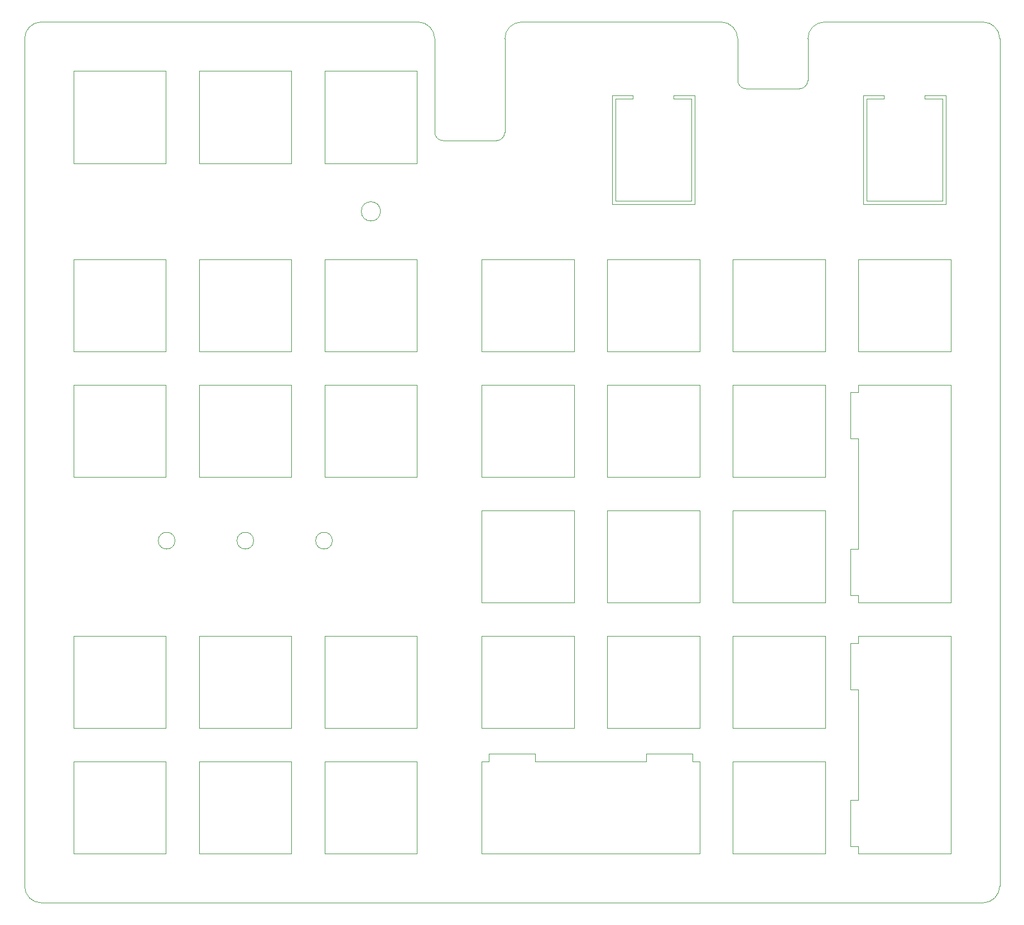
<source format=gm1>
G04 #@! TF.GenerationSoftware,KiCad,Pcbnew,5.1.5*
G04 #@! TF.CreationDate,2019-12-12T01:12:10+09:00*
G04 #@! TF.ProjectId,Navpad_top-32u4,4e617670-6164-45f7-946f-702d33327534,rev?*
G04 #@! TF.SameCoordinates,Original*
G04 #@! TF.FileFunction,Profile,NP*
%FSLAX46Y46*%
G04 Gerber Fmt 4.6, Leading zero omitted, Abs format (unit mm)*
G04 Created by KiCad (PCBNEW 5.1.5) date 2019-12-12 01:12:10*
%MOMM*%
%LPD*%
G04 APERTURE LIST*
%ADD10C,0.050000*%
G04 APERTURE END LIST*
D10*
X197104000Y-40148539D02*
X194422001Y-40148539D01*
X188233618Y-40148539D02*
X185547000Y-40148539D01*
X185547000Y-40148539D02*
X185547000Y-55626000D01*
X197104000Y-55626000D02*
X197104000Y-40148539D01*
X185547000Y-55626000D02*
X197104000Y-55626000D01*
X159004000Y-55626000D02*
X159004000Y-40148539D01*
X147447000Y-55626000D02*
X159004000Y-55626000D01*
X147447000Y-40148539D02*
X147447000Y-55626000D01*
X159004000Y-40148539D02*
X156322001Y-40148539D01*
X150133618Y-40148538D02*
G75*
G03X150128999Y-39624000I-766617J255539D01*
G01*
X156317382Y-39624000D02*
X159512000Y-39624000D01*
X150133618Y-40148539D02*
X147447000Y-40148539D01*
X146939000Y-39624000D02*
X150128999Y-39624000D01*
X156317382Y-39624001D02*
G75*
G03X156322001Y-40148539I766617J-255539D01*
G01*
X194417382Y-39624001D02*
G75*
G03X194422001Y-40148539I766617J-255539D01*
G01*
X194417382Y-39624000D02*
X197612000Y-39624000D01*
X188233618Y-40148538D02*
G75*
G03X188228999Y-39624000I-766617J255539D01*
G01*
X111823500Y-57213500D02*
G75*
G03X111823500Y-57213500I-1460500J0D01*
G01*
X176657000Y-37338000D02*
X176657000Y-31019750D01*
X176657000Y-37338000D02*
G75*
G02X175387001Y-38608001I-1270000J-1D01*
G01*
X167290750Y-38608000D02*
X175387001Y-38608001D01*
X166020750Y-31019750D02*
X166020750Y-37338000D01*
X167290750Y-38608000D02*
G75*
G02X166020750Y-37338000I0J1270000D01*
G01*
X130683000Y-45212000D02*
G75*
G02X129413001Y-46482001I-1270000J-1D01*
G01*
X121316750Y-46482000D02*
G75*
G02X120046750Y-45212000I0J1270000D01*
G01*
X130683000Y-45212000D02*
X130683000Y-31019750D01*
X121316750Y-46482000D02*
X129413001Y-46482001D01*
X120046750Y-31019750D02*
X120046750Y-45212000D01*
X163480750Y-28479750D02*
X133223000Y-28479750D01*
X176657000Y-31019750D02*
G75*
G02X179197000Y-28479750I2540000J0D01*
G01*
X163480750Y-28479750D02*
G75*
G02X166020750Y-31019750I0J-2540000D01*
G01*
X130683000Y-31019750D02*
G75*
G02X133223000Y-28479750I2540000J0D01*
G01*
X117506750Y-28479750D02*
X60356750Y-28479750D01*
X117506750Y-28479750D02*
G75*
G02X120046750Y-31019750I0J-2540000D01*
G01*
X203231750Y-28479750D02*
X179197000Y-28479750D01*
X205771750Y-159607250D02*
X205771750Y-31019750D01*
X60356750Y-162147250D02*
X203231750Y-162147250D01*
X57816750Y-31019750D02*
X57816750Y-159607250D01*
X104521000Y-107188000D02*
G75*
G03X104521000Y-107188000I-1270000J0D01*
G01*
X92583000Y-107188000D02*
G75*
G03X92583000Y-107188000I-1270000J0D01*
G01*
X80645000Y-107188000D02*
G75*
G03X80645000Y-107188000I-1270000J0D01*
G01*
X185039000Y-56134000D02*
X185039000Y-39624000D01*
X197612000Y-56134000D02*
X185039000Y-56134000D01*
X185039000Y-39624000D02*
X188228999Y-39624000D01*
X197612000Y-39624000D02*
X197612000Y-56134000D01*
X146939000Y-56134000D02*
X146939000Y-39624000D01*
X159512000Y-56134000D02*
X146939000Y-56134000D01*
X159512000Y-39624000D02*
X159512000Y-56134000D01*
X165275500Y-154701000D02*
X179275500Y-154701000D01*
X179275500Y-140701000D02*
X165275500Y-140701000D01*
X165275500Y-140701000D02*
X165275500Y-154701000D01*
X179275500Y-154701000D02*
X179275500Y-140701000D01*
X184325500Y-91676001D02*
X184325500Y-108476001D01*
X198325500Y-83551000D02*
X184325500Y-83551000D01*
X183125500Y-115506500D02*
X184325500Y-115506500D01*
X198325500Y-116601000D02*
X198325500Y-83551000D01*
X184325500Y-115506500D02*
X184325500Y-116601000D01*
X184325500Y-116601000D02*
X198325500Y-116601000D01*
X183125500Y-115506500D02*
X183125499Y-108476000D01*
X183125499Y-108476000D02*
X184325500Y-108476001D01*
X184325500Y-83551000D02*
X184325500Y-84645499D01*
X183125499Y-91676000D02*
X184325500Y-91676001D01*
X183125499Y-84645500D02*
X184325500Y-84645499D01*
X183125499Y-91676000D02*
X183125499Y-84645500D01*
X184325500Y-129776001D02*
X184325500Y-146576001D01*
X198325500Y-121651000D02*
X184325500Y-121651000D01*
X183125500Y-153606500D02*
X184325500Y-153606500D01*
X198325500Y-154701000D02*
X198325500Y-121651000D01*
X184325500Y-153606500D02*
X184325500Y-154701000D01*
X184325500Y-154701000D02*
X198325500Y-154701000D01*
X183125500Y-153606500D02*
X183125499Y-146576000D01*
X183125499Y-146576000D02*
X184325500Y-146576001D01*
X184325500Y-121651000D02*
X184325500Y-122745499D01*
X183125499Y-129776000D02*
X184325500Y-129776001D01*
X183125499Y-122745500D02*
X184325500Y-122745499D01*
X183125499Y-129776000D02*
X183125499Y-122745500D01*
X152100500Y-140701000D02*
X135300500Y-140701000D01*
X152100500Y-139501000D02*
X152100500Y-140701000D01*
X160225500Y-140701000D02*
X159131000Y-140701000D01*
X152100500Y-139501000D02*
X159131000Y-139501000D01*
X159131000Y-139501000D02*
X159131000Y-140701000D01*
X135300500Y-139501000D02*
X135300500Y-140701000D01*
X128270000Y-139501000D02*
X135300500Y-139501000D01*
X128270000Y-139501000D02*
X128270000Y-140701000D01*
X128270000Y-140701000D02*
X127175500Y-140701000D01*
X160225500Y-154701000D02*
X160225500Y-140701000D01*
X127175500Y-154701000D02*
X160225500Y-154701000D01*
X127175500Y-140701000D02*
X127175500Y-154701000D01*
X117363000Y-154701000D02*
X117363000Y-140701000D01*
X103363000Y-140701000D02*
X103363000Y-154701000D01*
X117363000Y-140701000D02*
X103363000Y-140701000D01*
X103363000Y-154701000D02*
X117363000Y-154701000D01*
X98313000Y-154701000D02*
X98313000Y-140701000D01*
X84313000Y-140701000D02*
X84313000Y-154701000D01*
X98313000Y-140701000D02*
X84313000Y-140701000D01*
X84313000Y-154701000D02*
X98313000Y-154701000D01*
X79263000Y-154701000D02*
X79263000Y-140701000D01*
X65263000Y-140701000D02*
X65263000Y-154701000D01*
X79263000Y-140701000D02*
X65263000Y-140701000D01*
X65263000Y-154701000D02*
X79263000Y-154701000D01*
X79263000Y-135651000D02*
X79263000Y-121651000D01*
X65263000Y-121651000D02*
X65263000Y-135651000D01*
X79263000Y-121651000D02*
X65263000Y-121651000D01*
X65263000Y-135651000D02*
X79263000Y-135651000D01*
X98313000Y-135651000D02*
X98313000Y-121651000D01*
X84313000Y-121651000D02*
X84313000Y-135651000D01*
X98313000Y-121651000D02*
X84313000Y-121651000D01*
X84313000Y-135651000D02*
X98313000Y-135651000D01*
X117363000Y-135651000D02*
X117363000Y-121651000D01*
X103363000Y-121651000D02*
X103363000Y-135651000D01*
X117363000Y-121651000D02*
X103363000Y-121651000D01*
X103363000Y-135651000D02*
X117363000Y-135651000D01*
X141175500Y-135651000D02*
X141175500Y-121651000D01*
X127175500Y-121651000D02*
X127175500Y-135651000D01*
X141175500Y-121651000D02*
X127175500Y-121651000D01*
X127175500Y-135651000D02*
X141175500Y-135651000D01*
X160225500Y-135651000D02*
X160225500Y-121651000D01*
X146225500Y-121651000D02*
X146225500Y-135651000D01*
X160225500Y-121651000D02*
X146225500Y-121651000D01*
X146225500Y-135651000D02*
X160225500Y-135651000D01*
X179275500Y-135651000D02*
X179275500Y-121651000D01*
X165275500Y-121651000D02*
X165275500Y-135651000D01*
X179275500Y-121651000D02*
X165275500Y-121651000D01*
X165275500Y-135651000D02*
X179275500Y-135651000D01*
X179275500Y-116601000D02*
X179275500Y-102601000D01*
X165275500Y-102601000D02*
X165275500Y-116601000D01*
X179275500Y-102601000D02*
X165275500Y-102601000D01*
X165275500Y-116601000D02*
X179275500Y-116601000D01*
X160225500Y-116601000D02*
X160225500Y-102601000D01*
X146225500Y-102601000D02*
X146225500Y-116601000D01*
X160225500Y-102601000D02*
X146225500Y-102601000D01*
X146225500Y-116601000D02*
X160225500Y-116601000D01*
X141175500Y-116601000D02*
X141175500Y-102601000D01*
X127175500Y-102601000D02*
X127175500Y-116601000D01*
X141175500Y-102601000D02*
X127175500Y-102601000D01*
X127175500Y-116601000D02*
X141175500Y-116601000D01*
X79263000Y-97551000D02*
X79263000Y-83551000D01*
X65263000Y-83551000D02*
X65263000Y-97551000D01*
X79263000Y-83551000D02*
X65263000Y-83551000D01*
X65263000Y-97551000D02*
X79263000Y-97551000D01*
X98313000Y-97551000D02*
X98313000Y-83551000D01*
X84313000Y-83551000D02*
X84313000Y-97551000D01*
X98313000Y-83551000D02*
X84313000Y-83551000D01*
X84313000Y-97551000D02*
X98313000Y-97551000D01*
X117363000Y-97551000D02*
X117363000Y-83551000D01*
X103363000Y-83551000D02*
X103363000Y-97551000D01*
X117363000Y-83551000D02*
X103363000Y-83551000D01*
X103363000Y-97551000D02*
X117363000Y-97551000D01*
X141175500Y-97551000D02*
X141175500Y-83551000D01*
X127175500Y-83551000D02*
X127175500Y-97551000D01*
X141175500Y-83551000D02*
X127175500Y-83551000D01*
X127175500Y-97551000D02*
X141175500Y-97551000D01*
X160225500Y-97551000D02*
X160225500Y-83551000D01*
X146225500Y-83551000D02*
X146225500Y-97551000D01*
X160225500Y-83551000D02*
X146225500Y-83551000D01*
X146225500Y-97551000D02*
X160225500Y-97551000D01*
X179275500Y-97551000D02*
X179275500Y-83551000D01*
X165275500Y-83551000D02*
X165275500Y-97551000D01*
X179275500Y-83551000D02*
X165275500Y-83551000D01*
X165275500Y-97551000D02*
X179275500Y-97551000D01*
X198325500Y-78501000D02*
X198325500Y-64501000D01*
X184325500Y-64501000D02*
X184325500Y-78501000D01*
X198325500Y-64501000D02*
X184325500Y-64501000D01*
X184325500Y-78501000D02*
X198325500Y-78501000D01*
X179275500Y-78501000D02*
X179275500Y-64501000D01*
X165275500Y-64501000D02*
X165275500Y-78501000D01*
X179275500Y-64501000D02*
X165275500Y-64501000D01*
X165275500Y-78501000D02*
X179275500Y-78501000D01*
X160225500Y-78501000D02*
X160225500Y-64501000D01*
X146225500Y-64501000D02*
X146225500Y-78501000D01*
X160225500Y-64501000D02*
X146225500Y-64501000D01*
X146225500Y-78501000D02*
X160225500Y-78501000D01*
X141175500Y-78501000D02*
X141175500Y-64501000D01*
X127175500Y-64501000D02*
X127175500Y-78501000D01*
X141175500Y-64501000D02*
X127175500Y-64501000D01*
X127175500Y-78501000D02*
X141175500Y-78501000D01*
X117363000Y-78501000D02*
X117363000Y-64501000D01*
X103363000Y-64501000D02*
X103363000Y-78501000D01*
X117363000Y-64501000D02*
X103363000Y-64501000D01*
X103363000Y-78501000D02*
X117363000Y-78501000D01*
X98313000Y-78501000D02*
X98313000Y-64501000D01*
X84313000Y-64501000D02*
X84313000Y-78501000D01*
X98313000Y-64501000D02*
X84313000Y-64501000D01*
X84313000Y-78501000D02*
X98313000Y-78501000D01*
X65263000Y-78501000D02*
X79263000Y-78501000D01*
X79263000Y-64501000D02*
X65263000Y-64501000D01*
X65263000Y-64501000D02*
X65263000Y-78501000D01*
X79263000Y-78501000D02*
X79263000Y-64501000D01*
X103363000Y-49926000D02*
X117363000Y-49926000D01*
X117363000Y-35926000D02*
X103363000Y-35926000D01*
X117363000Y-49926000D02*
X117363000Y-35926000D01*
X103363000Y-35926000D02*
X103363000Y-49926000D01*
X84313000Y-49926000D02*
X98313000Y-49926000D01*
X98313000Y-49926000D02*
X98313000Y-35926000D01*
X98313000Y-35926000D02*
X84313000Y-35926000D01*
X84313000Y-35926000D02*
X84313000Y-49926000D01*
X79263000Y-35926000D02*
X65263000Y-35926000D01*
X79263000Y-49926000D02*
X79263000Y-35926000D01*
X65263000Y-49926000D02*
X79263000Y-49926000D01*
X65263000Y-35926000D02*
X65263000Y-49926000D01*
X203231750Y-28479750D02*
G75*
G02X205771750Y-31019750I0J-2540000D01*
G01*
X57816750Y-31019750D02*
G75*
G02X60356750Y-28479750I2540000J0D01*
G01*
X205771750Y-159607250D02*
G75*
G02X203231750Y-162147250I-2540000J0D01*
G01*
X60356750Y-162147250D02*
G75*
G02X57816750Y-159607250I0J2540000D01*
G01*
M02*

</source>
